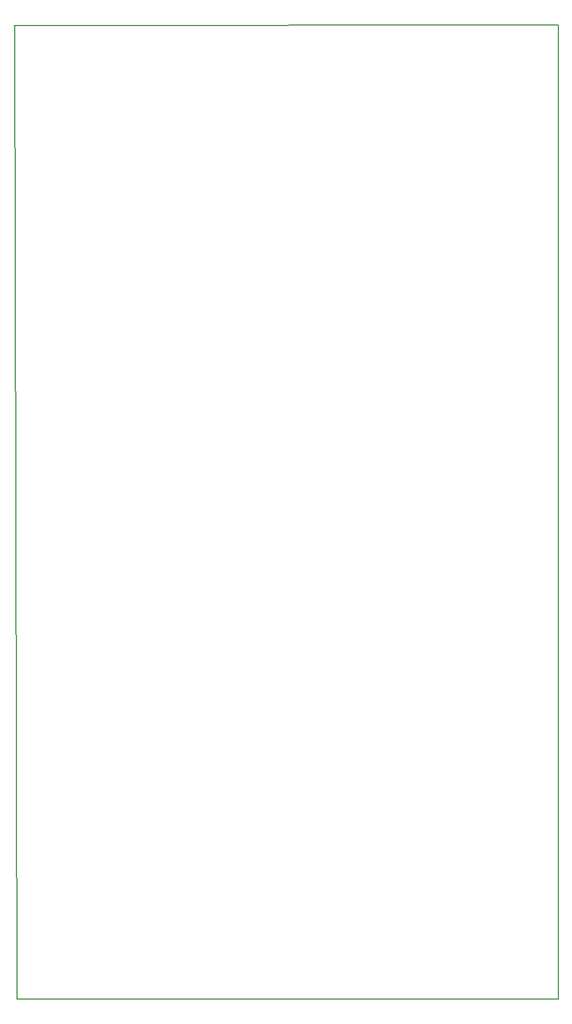
<source format=gbr>
G04 #@! TF.GenerationSoftware,KiCad,Pcbnew,(5.0.0-3-g0214c9d)*
G04 #@! TF.CreationDate,2018-10-20T18:01:30-06:00*
G04 #@! TF.ProjectId,noname,6E6F6E616D652E6B696361645F706362,rev?*
G04 #@! TF.SameCoordinates,Original*
G04 #@! TF.FileFunction,Profile,NP*
%FSLAX46Y46*%
G04 Gerber Fmt 4.6, Leading zero omitted, Abs format (unit mm)*
G04 Created by KiCad (PCBNEW (5.0.0-3-g0214c9d)) date Saturday, October 20, 2018 at 06:01:30 PM*
%MOMM*%
%LPD*%
G01*
G04 APERTURE LIST*
%ADD10C,0.150000*%
G04 APERTURE END LIST*
D10*
X346700000Y289300000D02*
X347050000Y144000000D01*
X427900000Y144000000D02*
X347050000Y144000000D01*
X427900000Y289400000D02*
X427900000Y144000000D01*
X346650000Y289300000D02*
X427900000Y289400000D01*
M02*

</source>
